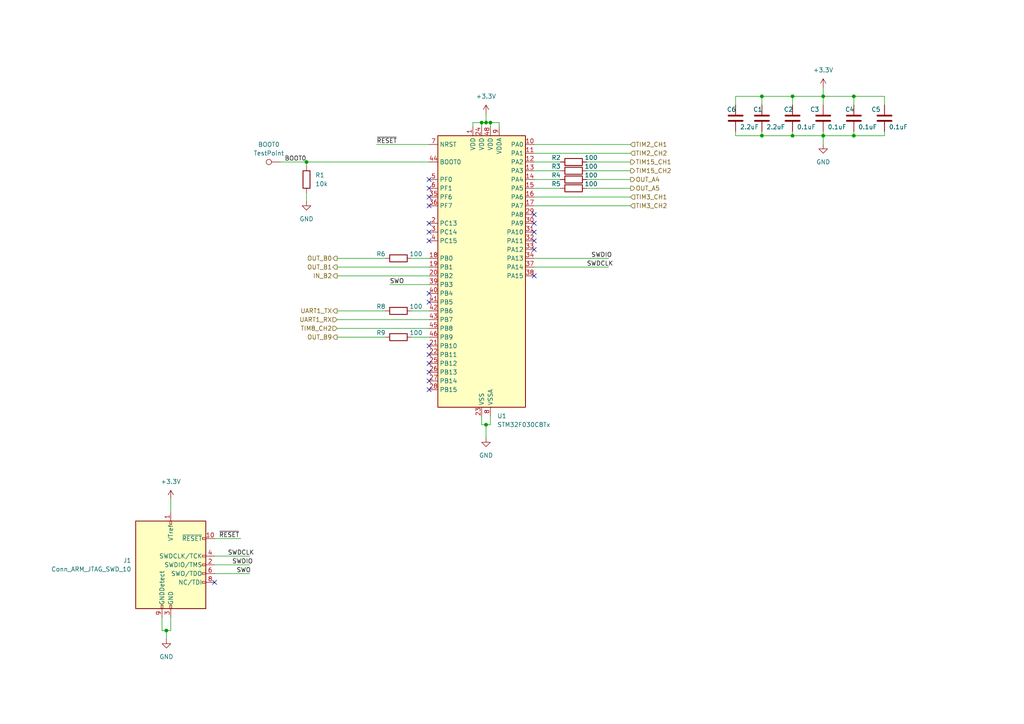
<source format=kicad_sch>
(kicad_sch (version 20230121) (generator eeschema)
  (paper "A4")
  (lib_symbols
    (symbol "Connector:Conn_ARM_JTAG_SWD_10" (pin_names (offset 1.016))
      (property "Reference" "J" (at -2.54 16.51 0))
      (property "Value" "Conn_ARM_JTAG_SWD_10" (at -2.54 13.97 0))
      (symbol "Conn_ARM_JTAG_SWD_10_0_1"
        (rectangle (start -10.16 12.7) (end 10.16 -12.7) (stroke (width 0.254)) (fill (type background)))
        (rectangle (start -2.794 -12.7) (end -2.286 -11.684))
        (rectangle (start -0.254 -12.7) (end 0.254 -11.684))
        (rectangle (start -0.254 12.7) (end 0.254 11.684))
        (rectangle (start 9.144 2.286) (end 10.16 2.794))
        (rectangle (start 10.16 -2.794) (end 9.144 -2.286))
        (rectangle (start 10.16 -0.254) (end 9.144 0.254))
        (rectangle (start 10.16 7.874) (end 9.144 7.366))
      )
      (symbol "Conn_ARM_JTAG_SWD_10_1_1"
        (rectangle (start 9.144 -5.334) (end 10.16 -4.826))
        (pin power_in line (at 0 15.24 270) (length 2.54) (name "VTref") (number "1"))
        (pin open_collector line (at 12.7 7.62 180) (length 2.54) (name "~{RESET}") (number "10"))
        (pin bidirectional line (at 12.7 0 180) (length 2.54) (name "SWDIO/TMS") (number "2"))
        (pin power_in line (at 0 -15.24 90) (length 2.54) (name "GND") (number "3"))
        (pin output line (at 12.7 2.54 180) (length 2.54) (name "SWDCLK/TCK") (number "4"))
        (pin passive line (at 0 -15.24 90) (length 2.54) hide (name "GND") (number "5"))
        (pin input line (at 12.7 -2.54 180) (length 2.54) (name "SWO/TDO") (number "6"))
        (pin no_connect line (at -10.16 0 0) (length 2.54) hide (name "KEY") (number "7"))
        (pin output line (at 12.7 -5.08 180) (length 2.54) (name "NC/TDI") (number "8"))
        (pin passive line (at -2.54 -15.24 90) (length 2.54) (name "GNDDetect") (number "9"))
      )
    )
    (symbol "Connector:TestPoint" (pin_numbers hide) (pin_names (offset 0.762) hide)
      (property "Reference" "TP" (at 0 6.858 0))
      (property "Value" "TestPoint" (at 0 5.08 0))
      (symbol "TestPoint_0_1"
        (circle (center 0 3.302) (radius 0.762))
      )
      (symbol "TestPoint_1_1"
        (pin passive line (at 0 0 90) (length 2.54) (name "1") (number "1"))
      )
    )
    (symbol "Device:C" (pin_numbers hide) (pin_names (offset 0.254))
      (property "Reference" "C" (at 0.635 2.54 0))
      (property "Value" "C" (at 0.635 -2.54 0))
      (symbol "C_0_1"
        (polyline (pts (xy -2.032 -0.762) (xy 2.032 -0.762)) (stroke (width 0.508)))
        (polyline (pts (xy -2.032 0.762) (xy 2.032 0.762)) (stroke (width 0.508)))
      )
      (symbol "C_1_1"
        (pin passive line (at 0 3.81 270) (length 2.794) (name "~") (number "1"))
        (pin passive line (at 0 -3.81 90) (length 2.794) (name "~") (number "2"))
      )
    )
    (symbol "Device:R" (pin_numbers hide) (pin_names (offset 0))
      (property "Reference" "R" (at 2.032 0 90))
      (property "Value" "R" (at 0 0 90))
      (symbol "R_0_1"
        (rectangle (start -1.016 -2.54) (end 1.016 2.54) (stroke (width 0.254)))
      )
      (symbol "R_1_1"
        (pin passive line (at 0 3.81 270) (length 1.27) (name "~") (number "1"))
        (pin passive line (at 0 -3.81 90) (length 1.27) (name "~") (number "2"))
      )
    )
    (symbol "MCU_ST_STM32F0:STM32F030C8Tx"
      (property "Reference" "U" (at -12.7 41.91 0))
      (property "Value" "STM32F030C8Tx" (at 7.62 41.91 0))
      (symbol "STM32F030C8Tx_0_1"
        (rectangle (start -12.7 -38.1) (end 12.7 40.64) (stroke (width 0.254)) (fill (type background)))
      )
      (symbol "STM32F030C8Tx_1_1"
        (pin power_in line (at -2.54 43.18 270) (length 2.54) (name "VDD") (number "1"))
        (pin bidirectional line (at 15.24 38.1 180) (length 2.54) (name "PA0") (number "10"))
        (pin bidirectional line (at 15.24 35.56 180) (length 2.54) (name "PA1") (number "11"))
        (pin bidirectional line (at 15.24 33.02 180) (length 2.54) (name "PA2") (number "12"))
        (pin bidirectional line (at 15.24 30.48 180) (length 2.54) (name "PA3") (number "13"))
        (pin bidirectional line (at 15.24 27.94 180) (length 2.54) (name "PA4") (number "14"))
        (pin bidirectional line (at 15.24 25.4 180) (length 2.54) (name "PA5") (number "15"))
        (pin bidirectional line (at 15.24 22.86 180) (length 2.54) (name "PA6") (number "16"))
        (pin bidirectional line (at 15.24 20.32 180) (length 2.54) (name "PA7") (number "17"))
        (pin bidirectional line (at -15.24 5.08 0) (length 2.54) (name "PB0") (number "18"))
        (pin bidirectional line (at -15.24 2.54 0) (length 2.54) (name "PB1") (number "19"))
        (pin bidirectional line (at -15.24 15.24 0) (length 2.54) (name "PC13") (number "2"))
        (pin bidirectional line (at -15.24 0 0) (length 2.54) (name "PB2") (number "20"))
        (pin bidirectional line (at -15.24 -20.32 0) (length 2.54) (name "PB10") (number "21"))
        (pin bidirectional line (at -15.24 -22.86 0) (length 2.54) (name "PB11") (number "22"))
        (pin power_in line (at 0 -40.64 90) (length 2.54) (name "VSS") (number "23"))
        (pin power_in line (at 0 43.18 270) (length 2.54) (name "VDD") (number "24"))
        (pin bidirectional line (at -15.24 -25.4 0) (length 2.54) (name "PB12") (number "25"))
        (pin bidirectional line (at -15.24 -27.94 0) (length 2.54) (name "PB13") (number "26"))
        (pin bidirectional line (at -15.24 -30.48 0) (length 2.54) (name "PB14") (number "27"))
        (pin bidirectional line (at -15.24 -33.02 0) (length 2.54) (name "PB15") (number "28"))
        (pin bidirectional line (at 15.24 17.78 180) (length 2.54) (name "PA8") (number "29"))
        (pin bidirectional line (at -15.24 12.7 0) (length 2.54) (name "PC14") (number "3"))
        (pin bidirectional line (at 15.24 15.24 180) (length 2.54) (name "PA9") (number "30"))
        (pin bidirectional line (at 15.24 12.7 180) (length 2.54) (name "PA10") (number "31"))
        (pin bidirectional line (at 15.24 10.16 180) (length 2.54) (name "PA11") (number "32"))
        (pin bidirectional line (at 15.24 7.62 180) (length 2.54) (name "PA12") (number "33"))
        (pin bidirectional line (at 15.24 5.08 180) (length 2.54) (name "PA13") (number "34"))
        (pin bidirectional line (at -15.24 22.86 0) (length 2.54) (name "PF6") (number "35"))
        (pin bidirectional line (at -15.24 20.32 0) (length 2.54) (name "PF7") (number "36"))
        (pin bidirectional line (at 15.24 2.54 180) (length 2.54) (name "PA14") (number "37"))
        (pin bidirectional line (at 15.24 0 180) (length 2.54) (name "PA15") (number "38"))
        (pin bidirectional line (at -15.24 -2.54 0) (length 2.54) (name "PB3") (number "39"))
        (pin bidirectional line (at -15.24 10.16 0) (length 2.54) (name "PC15") (number "4"))
        (pin bidirectional line (at -15.24 -5.08 0) (length 2.54) (name "PB4") (number "40"))
        (pin bidirectional line (at -15.24 -7.62 0) (length 2.54) (name "PB5") (number "41"))
        (pin bidirectional line (at -15.24 -10.16 0) (length 2.54) (name "PB6") (number "42"))
        (pin bidirectional line (at -15.24 -12.7 0) (length 2.54) (name "PB7") (number "43"))
        (pin input line (at -15.24 33.02 0) (length 2.54) (name "BOOT0") (number "44"))
        (pin bidirectional line (at -15.24 -15.24 0) (length 2.54) (name "PB8") (number "45"))
        (pin bidirectional line (at -15.24 -17.78 0) (length 2.54) (name "PB9") (number "46"))
        (pin passive line (at 0 -40.64 90) (length 2.54) hide (name "VSS") (number "47"))
        (pin power_in line (at 2.54 43.18 270) (length 2.54) (name "VDD") (number "48"))
        (pin bidirectional line (at -15.24 27.94 0) (length 2.54) (name "PF0") (number "5"))
        (pin bidirectional line (at -15.24 25.4 0) (length 2.54) (name "PF1") (number "6"))
        (pin input line (at -15.24 38.1 0) (length 2.54) (name "NRST") (number "7"))
        (pin power_in line (at 2.54 -40.64 90) (length 2.54) (name "VSSA") (number "8"))
        (pin power_in line (at 5.08 43.18 270) (length 2.54) (name "VDDA") (number "9"))
      )
    )
    (symbol "power:+3.3V" (power) (pin_names (offset 0))
      (property "Value" "+3.3V" (at 0 3.556 0))
      (symbol "+3.3V_0_1"
        (polyline (pts (xy -0.762 1.27) (xy 0 2.54)))
        (polyline (pts (xy 0 0) (xy 0 2.54)))
        (polyline (pts (xy 0 2.54) (xy 0.762 1.27)))
      )
      (symbol "+3.3V_1_1"
        (pin power_in line (at 0 0 90) (length 0) hide (name "+3.3V") (number "1"))
      )
    )
    (symbol "power:GND" (power) (pin_names (offset 0))
      (property "Value" "GND" (at 0 -3.81 0))
      (symbol "GND_0_1"
        (polyline (pts (xy 0 0) (xy 0 -1.27) (xy 1.27 -1.27) (xy 0 -2.54) (xy -1.27 -1.27) (xy 0 -1.27)))
      )
      (symbol "GND_1_1"
        (pin power_in line (at 0 0 270) (length 0) hide (name "GND") (number "1"))
      )
    )
  )
  (junction (at 247.65 27.94))
  (junction (at 140.97 123.19))
  (junction (at 142.24 35.56))
  (junction (at 229.87 27.94))
  (junction (at 220.98 27.94))
  (junction (at 48.26 182.88))
  (junction (at 139.7 35.56))
  (junction (at 238.76 39.37))
  (junction (at 229.87 39.37))
  (junction (at 220.98 39.37))
  (junction (at 238.76 27.94))
  (junction (at 140.97 35.56))
  (junction (at 247.65 39.37))
  (junction (at 88.9 46.99))
  (no_connect (at 124.46 69.85))
  (no_connect (at 154.94 62.23))
  (no_connect (at 124.46 105.41))
  (no_connect (at 124.46 102.87))
  (no_connect (at 154.94 80.01))
  (no_connect (at 124.46 54.61))
  (no_connect (at 124.46 57.15))
  (no_connect (at 124.46 110.49))
  (no_connect (at 124.46 85.09))
  (no_connect (at 154.94 69.85))
  (no_connect (at 124.46 52.07))
  (no_connect (at 154.94 67.31))
  (no_connect (at 124.46 64.77))
  (no_connect (at 154.94 64.77))
  (no_connect (at 124.46 67.31))
  (no_connect (at 124.46 59.69))
  (no_connect (at 124.46 107.95))
  (no_connect (at 154.94 72.39))
  (no_connect (at 124.46 87.63))
  (no_connect (at 124.46 100.33))
  (no_connect (at 62.23 168.91))
  (no_connect (at 124.46 113.03))
  (wire (pts (xy 140.97 123.19) (xy 140.97 127)))
  (wire (pts (xy 137.16 36.83) (xy 137.16 35.56)))
  (wire (pts (xy 49.53 144.78) (xy 49.53 148.59)))
  (wire (pts (xy 154.94 57.15) (xy 182.88 57.15)))
  (wire (pts (xy 88.9 46.99) (xy 88.9 48.26)))
  (wire (pts (xy 154.94 59.69) (xy 182.88 59.69)))
  (wire (pts (xy 170.18 52.07) (xy 182.88 52.07)))
  (wire (pts (xy 137.16 35.56) (xy 139.7 35.56)))
  (wire (pts (xy 213.36 39.37) (xy 220.98 39.37)))
  (wire (pts (xy 62.23 161.29) (xy 72.39 161.29)))
  (wire (pts (xy 154.94 41.91) (xy 182.88 41.91)))
  (wire (pts (xy 220.98 38.1) (xy 220.98 39.37)))
  (wire (pts (xy 220.98 27.94) (xy 229.87 27.94)))
  (wire (pts (xy 247.65 38.1) (xy 247.65 39.37)))
  (wire (pts (xy 256.54 30.48) (xy 256.54 27.94)))
  (wire (pts (xy 97.79 80.01) (xy 124.46 80.01)))
  (wire (pts (xy 88.9 55.88) (xy 88.9 58.42)))
  (wire (pts (xy 256.54 38.1) (xy 256.54 39.37)))
  (wire (pts (xy 154.94 49.53) (xy 162.56 49.53)))
  (wire (pts (xy 119.38 74.93) (xy 124.46 74.93)))
  (wire (pts (xy 140.97 35.56) (xy 139.7 35.56)))
  (wire (pts (xy 97.79 74.93) (xy 111.76 74.93)))
  (wire (pts (xy 144.78 35.56) (xy 142.24 35.56)))
  (wire (pts (xy 229.87 27.94) (xy 238.76 27.94)))
  (wire (pts (xy 170.18 49.53) (xy 182.88 49.53)))
  (wire (pts (xy 154.94 54.61) (xy 162.56 54.61)))
  (wire (pts (xy 139.7 123.19) (xy 140.97 123.19)))
  (wire (pts (xy 154.94 46.99) (xy 162.56 46.99)))
  (wire (pts (xy 238.76 39.37) (xy 238.76 41.91)))
  (wire (pts (xy 256.54 27.94) (xy 247.65 27.94)))
  (wire (pts (xy 88.9 46.99) (xy 124.46 46.99)))
  (wire (pts (xy 62.23 166.37) (xy 72.39 166.37)))
  (wire (pts (xy 81.28 46.99) (xy 88.9 46.99)))
  (wire (pts (xy 229.87 30.48) (xy 229.87 27.94)))
  (wire (pts (xy 229.87 39.37) (xy 238.76 39.37)))
  (wire (pts (xy 154.94 52.07) (xy 162.56 52.07)))
  (wire (pts (xy 97.79 97.79) (xy 111.76 97.79)))
  (wire (pts (xy 97.79 92.71) (xy 124.46 92.71)))
  (wire (pts (xy 213.36 38.1) (xy 213.36 39.37)))
  (wire (pts (xy 46.99 179.07) (xy 46.99 182.88)))
  (wire (pts (xy 220.98 39.37) (xy 229.87 39.37)))
  (wire (pts (xy 97.79 90.17) (xy 111.76 90.17)))
  (wire (pts (xy 213.36 27.94) (xy 220.98 27.94)))
  (wire (pts (xy 48.26 182.88) (xy 48.26 185.42)))
  (wire (pts (xy 46.99 182.88) (xy 48.26 182.88)))
  (wire (pts (xy 256.54 39.37) (xy 247.65 39.37)))
  (wire (pts (xy 154.94 77.47) (xy 176.53 77.47)))
  (wire (pts (xy 238.76 27.94) (xy 238.76 30.48)))
  (wire (pts (xy 113.03 82.55) (xy 124.46 82.55)))
  (wire (pts (xy 220.98 30.48) (xy 220.98 27.94)))
  (wire (pts (xy 119.38 90.17) (xy 124.46 90.17)))
  (wire (pts (xy 97.79 95.25) (xy 124.46 95.25)))
  (wire (pts (xy 139.7 35.56) (xy 139.7 36.83)))
  (wire (pts (xy 97.79 77.47) (xy 124.46 77.47)))
  (wire (pts (xy 142.24 123.19) (xy 140.97 123.19)))
  (wire (pts (xy 119.38 97.79) (xy 124.46 97.79)))
  (wire (pts (xy 49.53 179.07) (xy 49.53 182.88)))
  (wire (pts (xy 139.7 120.65) (xy 139.7 123.19)))
  (wire (pts (xy 144.78 36.83) (xy 144.78 35.56)))
  (wire (pts (xy 140.97 33.02) (xy 140.97 35.56)))
  (wire (pts (xy 154.94 74.93) (xy 176.53 74.93)))
  (wire (pts (xy 142.24 35.56) (xy 140.97 35.56)))
  (wire (pts (xy 238.76 38.1) (xy 238.76 39.37)))
  (wire (pts (xy 238.76 25.4) (xy 238.76 27.94)))
  (wire (pts (xy 229.87 38.1) (xy 229.87 39.37)))
  (wire (pts (xy 170.18 46.99) (xy 182.88 46.99)))
  (wire (pts (xy 109.22 41.91) (xy 124.46 41.91)))
  (wire (pts (xy 154.94 44.45) (xy 182.88 44.45)))
  (wire (pts (xy 170.18 54.61) (xy 182.88 54.61)))
  (wire (pts (xy 247.65 39.37) (xy 238.76 39.37)))
  (wire (pts (xy 62.23 163.83) (xy 72.39 163.83)))
  (wire (pts (xy 247.65 27.94) (xy 238.76 27.94)))
  (wire (pts (xy 62.23 156.21) (xy 69.85 156.21)))
  (wire (pts (xy 247.65 30.48) (xy 247.65 27.94)))
  (wire (pts (xy 213.36 30.48) (xy 213.36 27.94)))
  (wire (pts (xy 142.24 120.65) (xy 142.24 123.19)))
  (wire (pts (xy 49.53 182.88) (xy 48.26 182.88)))
  (wire (pts (xy 142.24 36.83) (xy 142.24 35.56)))
  (label "SWDCLK" (at 170.18 77.47 0))
  (label "SWDIO" (at 67.31 163.83 0))
  (label "SWDCLK" (at 66.04 161.29 0))
  (label "~{RESET}" (at 109.22 41.91 0))
  (label "SWO" (at 113.03 82.55 0))
  (label "SWO" (at 68.58 166.37 0))
  (label "SWDIO" (at 171.45 74.93 0))
  (label "BOOT0" (at 82.55 46.99 0))
  (label "~{RESET}" (at 63.5 156.21 0))
  (hierarchical_label "UART1_RX" (shape input) (at 97.79 92.71 180))
  (hierarchical_label "TIM3_CH1" (shape input) (at 182.88 57.15 0))
  (hierarchical_label "OUT_B9" (shape output) (at 97.79 97.79 180))
  (hierarchical_label "TIM2_CH2" (shape input) (at 182.88 44.45 0))
  (hierarchical_label "UART1_TX" (shape output) (at 97.79 90.17 180))
  (hierarchical_label "IN_B2" (shape output) (at 97.79 80.01 180))
  (hierarchical_label "TIM15_CH1" (shape output) (at 182.88 46.99 0))
  (hierarchical_label "TIM8_CH2" (shape input) (at 97.79 95.25 180))
  (hierarchical_label "TIM2_CH1" (shape input) (at 182.88 41.91 0))
  (hierarchical_label "OUT_A4" (shape output) (at 182.88 52.07 0))
  (hierarchical_label "OUT_B1" (shape output) (at 97.79 77.47 180))
  (hierarchical_label "OUT_A5" (shape output) (at 182.88 54.61 0))
  (hierarchical_label "OUT_B0" (shape output) (at 97.79 74.93 180))
  (hierarchical_label "TIM15_CH2" (shape output) (at 182.88 49.53 0))
  (hierarchical_label "TIM3_CH2" (shape input) (at 182.88 59.69 0))
  (symbol (lib_id "Device:R") (at 88.9 52.07 0) (unit 1)
    (property "Reference" "R1" (at 91.44 50.8 0) (effects (justify left)))
    (property "Value" "10k" (at 91.44 53.34 0) (effects (justify left)))
    (property "Footprint" "Resistor_SMD:R_0603_1608Metric" (effects hide))
  )
  (symbol (lib_id "Device:C") (at 213.36 34.29 0) (unit 1)
    (property "Reference" "C6" (at 210.82 31.75 0) (effects (justify left)))
    (property "Value" "2.2uF" (at 214.63 36.83 0) (effects (justify left)))
    (property "Footprint" "Capacitor_SMD:C_0603_1608Metric" (effects hide))
  )
  (symbol (lib_id "power:GND") (at 48.26 185.42 0) (unit 1)
    (property "Reference" "#PWR06" (effects hide))
    (property "Value" "GND" (at 48.26 190.5 0))
  )
  (symbol (lib_id "Device:C") (at 229.87 34.29 0) (unit 1)
    (property "Reference" "C2" (at 227.33 31.75 0) (effects (justify left)))
    (property "Value" "0.1uF" (at 231.14 36.83 0) (effects (justify left)))
    (property "Footprint" "Capacitor_SMD:C_0603_1608Metric" (effects hide))
  )
  (symbol (lib_id "Connector:TestPoint") (at 81.28 46.99 90) (unit 1)
    (property "Reference" "BOOT0" (at 77.978 41.91 90))
    (property "Value" "TestPoint" (at 77.978 44.45 90))
    (property "Footprint" "TestPoint:TestPoint_Pad_D1.5mm" (effects hide))
  )
  (symbol (lib_id "power:GND") (at 238.76 41.91 0) (unit 1)
    (property "Reference" "#PWR04" (effects hide))
    (property "Value" "GND" (at 238.76 46.99 0))
  )
  (symbol (lib_id "Connector:Conn_ARM_JTAG_SWD_10") (at 49.53 163.83 0) (unit 1)
    (property "Reference" "J1" (at 38.1 162.56 0) (effects (justify right)))
    (property "Value" "Conn_ARM_JTAG_SWD_10" (at 38.1 165.1 0) (effects (justify right)))
    (property "Footprint" "Connector_PinHeader_1.27mm:PinHeader_2x05_P1.27mm_Vertical" (effects hide))
    (property "Datasheet" "http://infocenter.arm.com/help/topic/com.arm.doc.ddi0314h/DDI0314H_coresight_components_trm.pdf" (effects hide))
  )
  (symbol (lib_id "Device:R") (at 166.37 54.61 90) (unit 1)
    (property "Reference" "R5" (at 161.29 53.34 90))
    (property "Value" "100" (at 171.45 53.34 90))
    (property "Footprint" "Resistor_SMD:R_0603_1608Metric" (effects hide))
  )
  (symbol (lib_id "Device:R") (at 115.57 74.93 90) (unit 1)
    (property "Reference" "R6" (at 110.49 73.66 90))
    (property "Value" "100" (at 120.65 73.66 90))
    (property "Footprint" "Resistor_SMD:R_0603_1608Metric" (effects hide))
  )
  (symbol (lib_id "Device:R") (at 115.57 90.17 90) (unit 1)
    (property "Reference" "R8" (at 110.49 88.9 90))
    (property "Value" "100" (at 120.65 88.9 90))
    (property "Footprint" "Resistor_SMD:R_0603_1608Metric" (effects hide))
  )
  (symbol (lib_id "Device:R") (at 166.37 46.99 90) (unit 1)
    (property "Reference" "R2" (at 161.29 45.72 90))
    (property "Value" "100" (at 171.45 45.72 90))
    (property "Footprint" "Resistor_SMD:R_0603_1608Metric" (effects hide))
  )
  (symbol (lib_id "MCU_ST_STM32F0:STM32F030C8Tx") (at 139.7 80.01 0) (unit 1)
    (property "Reference" "U1" (at 144.1959 120.65 0) (effects (justify left)))
    (property "Value" "STM32F030C8Tx" (at 144.1959 123.19 0) (effects (justify left)))
    (property "Footprint" "Package_QFP:LQFP-48_7x7mm_P0.5mm" (effects hide))
    (property "Datasheet" "https://www.st.com/resource/en/datasheet/stm32f030c8.pdf" (effects hide))
  )
  (symbol (lib_id "Device:R") (at 115.57 97.79 90) (unit 1)
    (property "Reference" "R9" (at 110.49 96.52 90))
    (property "Value" "100" (at 120.65 96.52 90))
    (property "Footprint" "Resistor_SMD:R_0603_1608Metric" (effects hide))
  )
  (symbol (lib_id "power:+3.3V") (at 238.76 25.4 0) (unit 1)
    (property "Reference" "#PWR03" (effects hide))
    (property "Value" "+3.3V" (at 238.76 20.32 0))
  )
  (symbol (lib_id "Device:R") (at 166.37 49.53 90) (unit 1)
    (property "Reference" "R3" (at 161.29 48.26 90))
    (property "Value" "100" (at 171.45 48.26 90))
    (property "Footprint" "Resistor_SMD:R_0603_1608Metric" (effects hide))
  )
  (symbol (lib_id "Device:C") (at 247.65 34.29 0) (unit 1)
    (property "Reference" "C4" (at 245.11 31.75 0) (effects (justify left)))
    (property "Value" "0.1uF" (at 248.92 36.83 0) (effects (justify left)))
    (property "Footprint" "Capacitor_SMD:C_0603_1608Metric" (effects hide))
  )
  (symbol (lib_id "Device:C") (at 256.54 34.29 0) (unit 1)
    (property "Reference" "C5" (at 252.73 31.75 0) (effects (justify left)))
    (property "Value" "0.1uF" (at 257.81 36.83 0) (effects (justify left)))
    (property "Footprint" "Capacitor_SMD:C_0603_1608Metric" (effects hide))
  )
  (symbol (lib_id "power:+3.3V") (at 140.97 33.02 0) (unit 1)
    (property "Reference" "#PWR01" (effects hide))
    (property "Value" "+3.3V" (at 140.97 27.94 0))
  )
  (symbol (lib_id "Device:C") (at 238.76 34.29 0) (unit 1)
    (property "Reference" "C3" (at 234.95 31.75 0) (effects (justify left)))
    (property "Value" "0.1uF" (at 240.03 36.83 0) (effects (justify left)))
    (property "Footprint" "Capacitor_SMD:C_0603_1608Metric" (effects hide))
  )
  (symbol (lib_id "power:GND") (at 88.9 58.42 0) (unit 1)
    (property "Reference" "#PWR07" (effects hide))
    (property "Value" "GND" (at 88.9 63.5 0))
  )
  (symbol (lib_id "power:+3.3V") (at 49.53 144.78 0) (unit 1)
    (property "Reference" "#PWR05" (effects hide))
    (property "Value" "+3.3V" (at 49.53 139.7 0))
  )
  (symbol (lib_id "Device:R") (at 166.37 52.07 90) (unit 1)
    (property "Reference" "R4" (at 161.29 50.8 90))
    (property "Value" "100" (at 171.45 50.8 90))
    (property "Footprint" "Resistor_SMD:R_0603_1608Metric" (effects hide))
  )
  (symbol (lib_id "power:GND") (at 140.97 127 0) (unit 1)
    (property "Reference" "#PWR02" (effects hide))
    (property "Value" "GND" (at 140.97 132.08 0))
  )
  (symbol (lib_id "Device:C") (at 220.98 34.29 0) (unit 1)
    (property "Reference" "C1" (at 218.44 31.75 0) (effects (justify left)))
    (property "Value" "2.2uF" (at 222.25 36.83 0) (effects (justify left)))
    (property "Footprint" "Capacitor_SMD:C_0603_1608Metric" (effects hide))
  )
)
</source>
